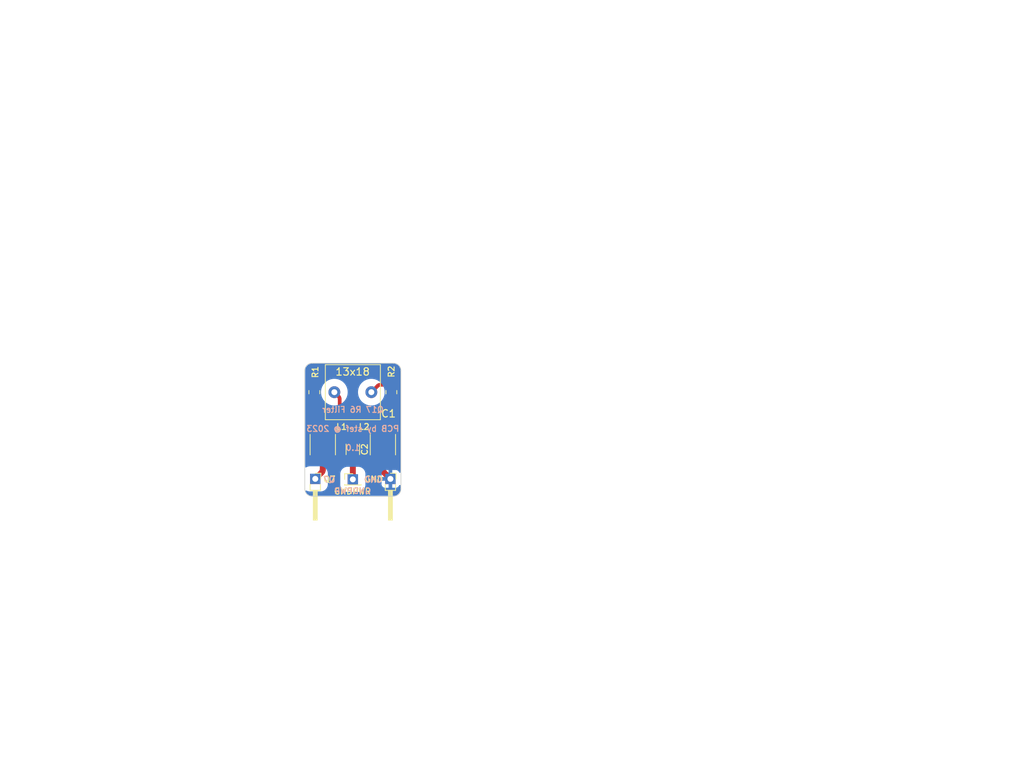
<source format=kicad_pcb>
(kicad_pcb (version 20221018) (generator pcbnew)
  (title_block (title "Q17 R6 Filter") (date "2023-09-14") (rev "1.0") (company "by stef"))
  (layers (0 "F.Cu" signal) (31 "B.Cu" signal) (34 "B.Paste" user) (35 "F.Paste" user) (36 "B.SilkS" user "B.Silkscreen") (37 "F.SilkS" user "F.Silkscreen") (38 "B.Mask" user) (39 "F.Mask" user) (44 "Edge.Cuts" user))
  (net 0 "")
  (net 1 "Net-(J1-Pin_1)")
  (net 2 "Net-(C1-Pad2)")
  (net 3 "Net-(C2-Pad1)")
  (net 4 "GNDPWR")
  (net 5 "GND")
  (net 6 "Net-(L1-Pad2)")
  (footprint "Resistor_SMD:R_0805_2012Metric_Pad1.20x1.40mm_HandSolder" (layer "F.Cu") (at 120.777 91.075 90)
    (fp_text reference "R1" (at 2.712 0.127 90) (layer "F.SilkS") (effects (font (size 0.8 0.8))))
    (fp_text value "100R")
    (fp_line (start -0.227064 -0.735) (end 0.227064 -0.735) (stroke (width 0.12)) (layer "F.SilkS"))
    (fp_line (start -0.227064 0.735) (end 0.227064 0.735) (stroke (width 0.12)) (layer "F.SilkS"))
    (pad "1" smd roundrect (at -1 0 90) (size 1.2 1.4) (layers "F.Cu" "F.Paste" "F.Mask") (roundrect_rratio 0.2083333333) (net 6 "Net-(L1-Pad2)"))
    (pad "2" smd roundrect (at 1 0 90) (size 1.2 1.4) (layers "F.Cu" "F.Paste" "F.Mask") (roundrect_rratio 0.2083333333) (net 3 "Net-(C2-Pad1)"))
  )
  (footprint "Connector_PinHeader_1.27mm:PinHeader_1x01_P1.27mm_Horizontal" (layer "F.Cu") (at 131.064 102.804 -90)
    (fp_text reference "J2" hide)
    (fp_text value "R6(GND)")
    (fp_line (start -0.76 -0.76) (end 0 -0.76) (stroke (width 0.12)) (layer "F.SilkS"))
    (fp_line (start -0.76 0) (end -0.76 -0.76) (stroke (width 0.12)) (layer "F.SilkS"))
    (fp_line (start 0.76 -0.695) (end 1.56 -0.695) (stroke (width 0.12)) (layer "F.SilkS"))
    (fp_line (start 0.76 0.695) (end 0.76 0.619677) (stroke (width 0.12)) (layer "F.SilkS"))
    (fp_line (start 1.56 -0.695) (end 1.56 0.695) (stroke (width 0.12)) (layer "F.SilkS"))
    (fp_line (start 1.56 -0.26) (end 5.56 -0.26) (stroke (width 0.12)) (layer "F.SilkS"))
    (fp_line (start 1.56 -0.2) (end 5.56 -0.2) (stroke (width 0.12)) (layer "F.SilkS"))
    (fp_line (start 1.56 -0.08) (end 5.56 -0.08) (stroke (width 0.12)) (layer "F.SilkS"))
    (fp_line (start 1.56 0.04) (end 5.56 0.04) (stroke (width 0.12)) (layer "F.SilkS"))
    (fp_line (start 1.56 0.16) (end 5.56 0.16) (stroke (width 0.12)) (layer "F.SilkS"))
    (fp_line (start 1.56 0.695) (end 0.76 0.695) (stroke (width 0.12)) (layer "F.SilkS"))
    (fp_line (start 5.56 -0.26) (end 5.56 0.26) (stroke (width 0.12)) (layer "F.SilkS"))
    (fp_line (start 5.56 0.26) (end 1.56 0.26) (stroke (width 0.12)) (layer "F.SilkS"))
    (pad "1" thru_hole rect (at 0 0 270) (size 1.4 1.4) (drill 0.8) (layers "*.Cu" "*.Mask") (net 5 "GND"))
  )
  (footprint "Connector_PinHeader_1.27mm:PinHeader_1x01_P1.27mm_Vertical" (layer "F.Cu") (at 125.984 102.87)
    (fp_text reference "J3" hide)
    (fp_text value "GNDPWR(R32)")
    (fp_line (start -1.11 -0.76) (end 0 -0.76) (stroke (width 0.12)) (layer "F.SilkS"))
    (fp_line (start -1.11 0) (end -1.11 -0.76) (stroke (width 0.12)) (layer "F.SilkS"))
    (fp_line (start -1.11 0.76) (end -1.11 0.695) (stroke (width 0.12)) (layer "F.SilkS"))
    (fp_line (start -1.11 0.76) (end -0.563471 0.76) (stroke (width 0.12)) (layer "F.SilkS"))
    (fp_line (start -1.11 0.76) (end 1.11 0.76) (stroke (width 0.12)) (layer "F.SilkS"))
    (fp_line (start 0.563471 0.76) (end 1.11 0.76) (stroke (width 0.12)) (layer "F.SilkS"))
    (fp_line (start 1.11 0.76) (end 1.11 0.695) (stroke (width 0.12)) (layer "F.SilkS"))
    (pad "1" thru_hole rect (at 0 0) (size 1.4 1.4) (drill 0.8) (layers "*.Cu" "*.Mask") (net 4 "GNDPWR"))
  )
  (footprint "Inductor_SMD:L_1812_4532Metric_Pad1.30x3.40mm_HandSolder" (layer "F.Cu") (at 130.048 98.171 -90)
    (fp_text reference "L2" (at -2.413 2.54) (layer "F.SilkS") (effects (font (size 0.8 0.8))))
    (fp_text value "4.7uH")
    (fp_line (start -1.386252 -1.71) (end 1.386252 -1.71) (stroke (width 0.12)) (layer "F.SilkS"))
    (fp_line (start -1.386252 1.71) (end 1.386252 1.71) (stroke (width 0.12)) (layer "F.SilkS"))
    (pad "1" smd roundrect (at -2.225 0 270) (size 1.3 3.4) (layers "F.Cu" "F.Paste" "F.Mask") (roundrect_rratio 0.1923076923) (net 3 "Net-(C2-Pad1)"))
    (pad "2" smd roundrect (at 2.225 0 270) (size 1.3 3.4) (layers "F.Cu" "F.Paste" "F.Mask") (roundrect_rratio 0.1923076923) (net 5 "GND"))
  )
  (footprint "Capacitor_SMD:C_1206_3216Metric_Pad1.33x1.80mm_HandSolder" (layer "F.Cu") (at 125.984 98.811 -90)
    (fp_text reference "C2" (at -0.001017 -1.598556 90) (layer "F.SilkS") (effects (font (size 0.8 0.8))))
    (fp_text value "470pF")
    (fp_line (start -0.711252 -0.91) (end 0.711252 -0.91) (stroke (width 0.12)) (layer "F.SilkS"))
    (fp_line (start -0.711252 0.91) (end 0.711252 0.91) (stroke (width 0.12)) (layer "F.SilkS"))
    (pad "1" smd roundrect (at -1.5625 0 270) (size 1.325 1.8) (layers "F.Cu" "F.Paste" "F.Mask") (roundrect_rratio 0.1886792453) (net 3 "Net-(C2-Pad1)"))
    (pad "2" smd roundrect (at 1.5625 0 270) (size 1.325 1.8) (layers "F.Cu" "F.Paste" "F.Mask") (roundrect_rratio 0.1886792453) (net 4 "GNDPWR"))
  )
  (footprint "Capacitor_THT:C_Rect_L7.2mm_W7.2mm_P5.00mm_FKS2_FKP2_MKS2_MKP2" (layer "F.Cu") (at 123.484 91.075)
    (fp_text reference "C1" (at 7.326 2.905) (layer "F.SilkS"))
    (fp_text value "22nF")
    (fp_line (start -1.22 -3.72) (end -1.22 3.72) (stroke (width 0.12)) (layer "F.SilkS"))
    (fp_line (start -1.22 -3.72) (end 6.22 -3.72) (stroke (width 0.12)) (layer "F.SilkS"))
    (fp_line (start -1.22 3.72) (end 6.22 3.72) (stroke (width 0.12)) (layer "F.SilkS"))
    (fp_line (start 6.22 -3.72) (end 6.22 3.72) (stroke (width 0.12)) (layer "F.SilkS"))
    (pad "1" thru_hole circle (at 0 0) (size 1.6 1.6) (drill 0.8) (layers "*.Cu" "*.Mask") (net 1 "Net-(J1-Pin_1)"))
    (pad "2" thru_hole circle (at 5 0) (size 1.6 1.6) (drill 0.8) (layers "*.Cu" "*.Mask") (net 2 "Net-(C1-Pad2)"))
  )
  (footprint "Resistor_SMD:R_0805_2012Metric_Pad1.20x1.40mm_HandSolder" (layer "F.Cu") (at 131.191 91.075 -90)
    (fp_text reference "R2" (at -2.778 -0.007786 90) (layer "F.SilkS") (effects (font (size 0.8 0.8))))
    (fp_text value "220R")
    (fp_line (start -0.227064 -0.735) (end 0.227064 -0.735) (stroke (width 0.12)) (layer "F.SilkS"))
    (fp_line (start -0.227064 0.735) (end 0.227064 0.735) (stroke (width 0.12)) (layer "F.SilkS"))
    (pad "1" smd roundrect (at -1 0 270) (size 1.2 1.4) (layers "F.Cu" "F.Paste" "F.Mask") (roundrect_rratio 0.2083333333) (net 2 "Net-(C1-Pad2)"))
    (pad "2" smd roundrect (at 1 0 270) (size 1.2 1.4) (layers "F.Cu" "F.Paste" "F.Mask") (roundrect_rratio 0.2083333333) (net 3 "Net-(C2-Pad1)"))
  )
  (footprint "Connector_PinHeader_1.27mm:PinHeader_1x01_P1.27mm_Horizontal" (layer "F.Cu") (at 120.904 102.804 -90)
    (fp_text reference "J1" hide)
    (fp_text value "R6(Q7)")
    (fp_line (start -0.76 -0.76) (end 0 -0.76) (stroke (width 0.12)) (layer "F.SilkS"))
    (fp_line (start -0.76 0) (end -0.76 -0.76) (stroke (width 0.12)) (layer "F.SilkS"))
    (fp_line (start 0.76 -0.695) (end 1.56 -0.695) (stroke (width 0.12)) (layer "F.SilkS"))
    (fp_line (start 0.76 0.695) (end 0.76 0.619677) (stroke (width 0.12)) (layer "F.SilkS"))
    (fp_line (start 1.56 -0.695) (end 1.56 0.695) (stroke (width 0.12)) (layer "F.SilkS"))
    (fp_line (start 1.56 -0.26) (end 5.56 -0.26) (stroke (width 0.12)) (layer "F.SilkS"))
    (fp_line (start 1.56 -0.2) (end 5.56 -0.2) (stroke (width 0.12)) (layer "F.SilkS"))
    (fp_line (start 1.56 -0.08) (end 5.56 -0.08) (stroke (width 0.12)) (layer "F.SilkS"))
    (fp_line (start 1.56 0.04) (end 5.56 0.04) (stroke (width 0.12)) (layer "F.SilkS"))
    (fp_line (start 1.56 0.16) (end 5.56 0.16) (stroke (width 0.12)) (layer "F.SilkS"))
    (fp_line (start 1.56 0.695) (end 0.76 0.695) (stroke (width 0.12)) (layer "F.SilkS"))
    (fp_line (start 5.56 -0.26) (end 5.56 0.26) (stroke (width 0.12)) (layer "F.SilkS"))
    (fp_line (start 5.56 0.26) (end 1.56 0.26) (stroke (width 0.12)) (layer "F.SilkS"))
    (pad "1" thru_hole rect (at 0 0 270) (size 1.4 1.4) (drill 0.8) (layers "*.Cu" "*.Mask") (net 1 "Net-(J1-Pin_1)"))
  )
  (footprint "Inductor_SMD:L_1812_4532Metric_Pad1.30x3.40mm_HandSolder" (layer "F.Cu") (at 121.92 98.171 90)
    (fp_text reference "L1" (at 2.413 2.54 180) (layer "F.SilkS") (effects (font (size 0.8 0.8))))
    (fp_text value "4.7uH")
    (fp_line (start -1.386252 -1.71) (end 1.386252 -1.71) (stroke (width 0.12)) (layer "F.SilkS"))
    (fp_line (start -1.386252 1.71) (end 1.386252 1.71) (stroke (width 0.12)) (layer "F.SilkS"))
    (pad "1" smd roundrect (at -2.225 0 90) (size 1.3 3.4) (layers "F.Cu" "F.Paste" "F.Mask") (roundrect_rratio 0.1923076923) (net 1 "Net-(J1-Pin_1)"))
    (pad "2" smd roundrect (at 2.225 0 90) (size 1.3 3.4) (layers "F.Cu" "F.Paste" "F.Mask") (roundrect_rratio 0.1923076923) (net 6 "Net-(L1-Pad2)"))
  )
  (gr_line (start 131.484 105.156) (end 120.484 105.156) (stroke (width 0.1)) (layer "Edge.Cuts"))
  (gr_line (start 120.484 87.156) (end 131.484 87.156) (stroke (width 0.1)) (layer "Edge.Cuts"))
  (gr_arc (start 120.484 105.156) (mid 119.776893 104.863107) (end 119.484 104.156) (stroke (width 0.1)) (layer "Edge.Cuts"))
  (gr_arc (start 131.484 87.156) (mid 132.191107 87.448893) (end 132.484 88.156) (stroke (width 0.1)) (layer "Edge.Cuts"))
  (gr_line (start 119.484 104.156) (end 119.484 88.156) (stroke (width 0.1)) (layer "Edge.Cuts"))
  (gr_arc (start 119.484 88.156) (mid 119.776893 87.448893) (end 120.484 87.156) (stroke (width 0.1)) (layer "Edge.Cuts"))
  (gr_arc (start 132.484 104.156) (mid 132.191107 104.863107) (end 131.484 105.156) (stroke (width 0.1)) (layer "Edge.Cuts"))
  (gr_line (start 132.484 88.156) (end 132.484 104.156) (stroke (width 0.1)) (layer "Edge.Cuts"))
  (gr_text "Q17 R6 Filter\n\nPCB by stef @ 2023\n\n1.0" (at 125.984 99.06) (layer "B.SilkS") (effects (font (size 0.8 0.8)) (justify bottom mirror)))
  (gr_text "GND" (at 130.048 103.378) (layer "B.SilkS") (effects (font (size 0.8 0.8)) (justify left bottom mirror)))
  (gr_text "GNDPWR" (at 128.524 104.902) (layer "B.SilkS") (effects (font (size 0.8 0.8)) (justify left bottom mirror)))
  (gr_text "Q7" (at 123.698 103.378) (layer "B.SilkS") (effects (font (size 0.8 0.8)) (justify left bottom mirror)))
  (gr_text "13x18" (at 123.549476 88.9) (layer "F.SilkS") (effects (font (size 1 1)) (justify left bottom)))
  (gr_text "GNDPWR" (at 123.36281 104.968) (layer "F.SilkS") (effects (font (size 0.8 0.8)) (justify left bottom)))
  (gr_text "Q7" (at 121.92 103.312) (layer "F.SilkS") (effects (font (size 0.8 0.8)) (justify left bottom)))
  (gr_text "GND" (at 127.508 103.312) (layer "F.SilkS") (effects (font (size 0.8 0.8)) (justify left bottom)))
  (segment (start 124.206 92.004107) (end 124.206 99.294893) (width 0.5) (layer "F.Cu") (net 1))
  (segment (start 124.059553 99.648447) (end 123.312 100.396) (width 0.5) (layer "F.Cu") (net 1))
  (segment (start 123.484 91.075) (end 124.059554 91.650554) (width 0.5) (layer "F.Cu") (net 1))
  (segment (start 121.92 100.396) (end 121.92 101.580893) (width 0.8) (layer "F.Cu") (net 1))
  (segment (start 121.773553 101.934447) (end 120.904 102.804) (width 0.8) (layer "F.Cu") (net 1))
  (arc (start 121.773553 101.934447) (mid 121.88194 101.772235) (end 121.92 101.580893) (width 0.8) (layer "F.Cu") (net 1))
  (arc (start 124.059553 99.648447) (mid 124.16794 99.486235) (end 124.206 99.294893) (width 0.5) (layer "F.Cu") (net 1))
  (arc (start 124.059554 91.650554) (mid 124.16794 91.812766) (end 124.206 92.004107) (width 0.5) (layer "F.Cu") (net 1))
  (segment (start 129.337553 90.221447) (end 128.484 91.075) (width 0.5) (layer "F.Cu") (net 2))
  (segment (start 131.191 90.075) (end 129.691107 90.075) (width 0.5) (layer "F.Cu") (net 2))
  (arc (start 129.337553 90.221447) (mid 129.499765 90.11306) (end 129.691107 90.075) (width 0.5) (layer "F.Cu") (net 2))
  (segment (start 130.048 93.425107) (end 130.048 95.946) (width 0.5) (layer "F.Cu") (net 3))
  (segment (start 124.506893 88.392) (end 122.667107 88.392) (width 0.5) (layer "F.Cu") (net 3))
  (segment (start 127.969107 95.946) (end 130.048 95.946) (width 0.5) (layer "F.Cu") (net 3))
  (segment (start 127.615553 96.092447) (end 126.4595 97.2485) (width 0.5) (layer "F.Cu") (net 3))
  (segment (start 125.837553 89.515553) (end 124.860446 88.538446) (width 0.5) (layer "F.Cu") (net 3))
  (segment (start 131.191 92.075) (end 130.194446 93.071554) (width 0.5) (layer "F.Cu") (net 3))
  (segment (start 122.313553 88.538447) (end 120.777 90.075) (width 0.5) (layer "F.Cu") (net 3))
  (segment (start 125.984 97.2485) (end 125.984 89.869107) (width 0.5) (layer "F.Cu") (net 3))
  (arc (start 125.837553 89.515553) (mid 125.94594 89.677765) (end 125.984 89.869107) (width 0.5) (layer "F.Cu") (net 3))
  (arc (start 127.969107 95.946) (mid 127.777765 95.98406) (end 127.615553 96.092447) (width 0.5) (layer "F.Cu") (net 3))
  (arc (start 124.506893 88.392) (mid 124.698234 88.43006) (end 124.860446 88.538446) (width 0.5) (layer "F.Cu") (net 3))
  (arc (start 130.048 93.425107) (mid 130.08606 93.233766) (end 130.194446 93.071554) (width 0.5) (layer "F.Cu") (net 3))
  (arc (start 122.667107 88.392) (mid 122.475765 88.43006) (end 122.313553 88.538447) (width 0.5) (layer "F.Cu") (net 3))
  (segment (start 125.984 100.3735) (end 125.984 102.804) (width 0.8) (layer "F.Cu") (net 4))
  (segment (start 130.048 101.580893) (end 130.048 100.396) (width 0.8) (layer "F.Cu") (net 5))
  (segment (start 131.064 102.804) (end 130.194446 101.934446) (width 0.8) (layer "F.Cu") (net 5))
  (arc (start 130.048 101.580893) (mid 130.08606 101.772234) (end 130.194446 101.934446) (width 0.8) (layer "F.Cu") (net 5))
  (segment (start 121.92 95.946) (end 121.92 93.425107) (width 0.5) (layer "F.Cu") (net 6))
  (segment (start 121.773553 93.071553) (end 120.777 92.075) (width 0.5) (layer "F.Cu") (net 6))
  (arc (start 121.92 93.425107) (mid 121.88194 93.233765) (end 121.773553 93.071553) (width 0.5) (layer "F.Cu") (net 6))
  (zone (net 5) (net_name "GND") (layer "B.Cu") (connect_pads (clearance 1)) (min_thickness 0.25) (fill yes (thermal_gap 0.5) (thermal_bridge_width 0.5))
    (polygon (pts (xy 119.507 87.122) (xy 132.461 87.122) (xy 132.461 105.156) (xy 119.507 105.156)))
  )
)
</source>
